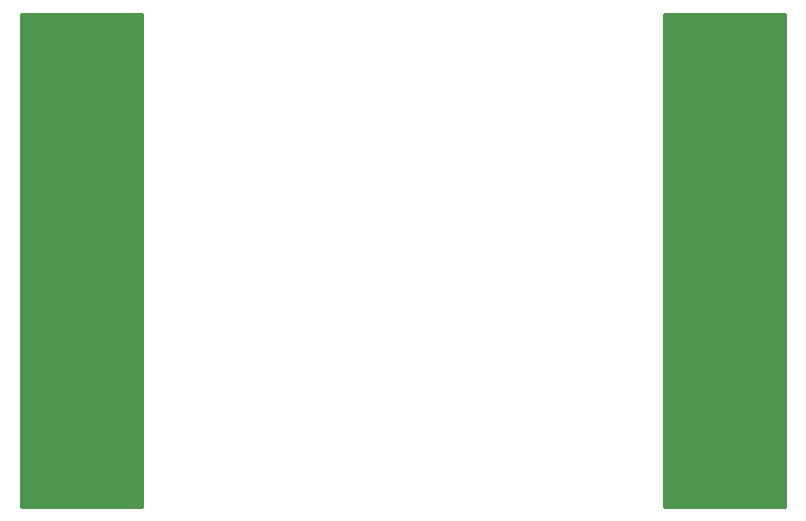
<source format=gbs>
G04 #@! TF.GenerationSoftware,KiCad,Pcbnew,5.1.9*
G04 #@! TF.CreationDate,2021-04-12T08:18:13-03:00*
G04 #@! TF.ProjectId,Caps,43617073-2e6b-4696-9361-645f70636258,rev?*
G04 #@! TF.SameCoordinates,Original*
G04 #@! TF.FileFunction,Soldermask,Bot*
G04 #@! TF.FilePolarity,Negative*
%FSLAX46Y46*%
G04 Gerber Fmt 4.6, Leading zero omitted, Abs format (unit mm)*
G04 Created by KiCad (PCBNEW 5.1.9) date 2021-04-12 08:18:13*
%MOMM*%
%LPD*%
G01*
G04 APERTURE LIST*
%ADD10C,3.200000*%
%ADD11C,0.254000*%
%ADD12C,0.100000*%
G04 APERTURE END LIST*
D10*
X177500000Y-84000000D03*
X118500000Y-84000000D03*
X177500000Y-95666666D03*
X118500000Y-119000000D03*
X177500000Y-107333332D03*
X118500000Y-107333332D03*
X177500000Y-119000000D03*
X118500000Y-95666666D03*
D11*
X125873000Y-122373000D02*
X115627000Y-122373000D01*
X115627000Y-80627000D01*
X125873000Y-80627000D01*
X125873000Y-122373000D01*
D12*
G36*
X125873000Y-122373000D02*
G01*
X115627000Y-122373000D01*
X115627000Y-80627000D01*
X125873000Y-80627000D01*
X125873000Y-122373000D01*
G37*
D11*
X180373000Y-122373000D02*
X170127000Y-122373000D01*
X170127000Y-80627000D01*
X180373000Y-80627000D01*
X180373000Y-122373000D01*
D12*
G36*
X180373000Y-122373000D02*
G01*
X170127000Y-122373000D01*
X170127000Y-80627000D01*
X180373000Y-80627000D01*
X180373000Y-122373000D01*
G37*
M02*

</source>
